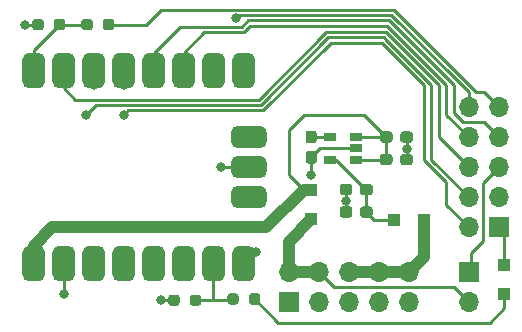
<source format=gbr>
%TF.GenerationSoftware,KiCad,Pcbnew,(5.1.10)-1*%
%TF.CreationDate,2021-11-13T20:11:30+01:00*%
%TF.ProjectId,Muino_debugger,4d75696e-6f5f-4646-9562-75676765722e,rev?*%
%TF.SameCoordinates,Original*%
%TF.FileFunction,Copper,L1,Top*%
%TF.FilePolarity,Positive*%
%FSLAX46Y46*%
G04 Gerber Fmt 4.6, Leading zero omitted, Abs format (unit mm)*
G04 Created by KiCad (PCBNEW (5.1.10)-1) date 2021-11-13 20:11:30*
%MOMM*%
%LPD*%
G01*
G04 APERTURE LIST*
%TA.AperFunction,ComponentPad*%
%ADD10O,1.700000X1.700000*%
%TD*%
%TA.AperFunction,ComponentPad*%
%ADD11R,1.700000X1.700000*%
%TD*%
%TA.AperFunction,SMDPad,CuDef*%
%ADD12R,1.000000X1.000000*%
%TD*%
%TA.AperFunction,SMDPad,CuDef*%
%ADD13R,1.060000X0.650000*%
%TD*%
%TA.AperFunction,ViaPad*%
%ADD14C,0.800000*%
%TD*%
%TA.AperFunction,Conductor*%
%ADD15C,0.250000*%
%TD*%
%TA.AperFunction,Conductor*%
%ADD16C,1.000000*%
%TD*%
G04 APERTURE END LIST*
D10*
%TO.P,J3,2*%
%TO.N,+5VD*%
X125730000Y-86360000D03*
D11*
%TO.P,J3,1*%
%TO.N,Net-(J1-Pad5)*%
X125730000Y-83820000D03*
%TD*%
D12*
%TO.P,D2,2*%
%TO.N,+5V*%
X112395000Y-76835000D03*
%TO.P,D2,1*%
%TO.N,+5VD*%
X112395000Y-79335000D03*
%TD*%
%TO.P,R4,2*%
%TO.N,GNDdetect*%
%TA.AperFunction,SMDPad,CuDef*%
G36*
G01*
X94762500Y-63102500D02*
X94762500Y-62627500D01*
G75*
G02*
X95000000Y-62390000I237500J0D01*
G01*
X95500000Y-62390000D01*
G75*
G02*
X95737500Y-62627500I0J-237500D01*
G01*
X95737500Y-63102500D01*
G75*
G02*
X95500000Y-63340000I-237500J0D01*
G01*
X95000000Y-63340000D01*
G75*
G02*
X94762500Y-63102500I0J237500D01*
G01*
G37*
%TD.AperFunction*%
%TO.P,R4,1*%
%TO.N,16*%
%TA.AperFunction,SMDPad,CuDef*%
G36*
G01*
X92937500Y-63102500D02*
X92937500Y-62627500D01*
G75*
G02*
X93175000Y-62390000I237500J0D01*
G01*
X93675000Y-62390000D01*
G75*
G02*
X93912500Y-62627500I0J-237500D01*
G01*
X93912500Y-63102500D01*
G75*
G02*
X93675000Y-63340000I-237500J0D01*
G01*
X93175000Y-63340000D01*
G75*
G02*
X92937500Y-63102500I0J237500D01*
G01*
G37*
%TD.AperFunction*%
%TD*%
%TO.P,R3,2*%
%TO.N,GND*%
%TA.AperFunction,SMDPad,CuDef*%
G36*
G01*
X89745000Y-62627500D02*
X89745000Y-63102500D01*
G75*
G02*
X89507500Y-63340000I-237500J0D01*
G01*
X89007500Y-63340000D01*
G75*
G02*
X88770000Y-63102500I0J237500D01*
G01*
X88770000Y-62627500D01*
G75*
G02*
X89007500Y-62390000I237500J0D01*
G01*
X89507500Y-62390000D01*
G75*
G02*
X89745000Y-62627500I0J-237500D01*
G01*
G37*
%TD.AperFunction*%
%TO.P,R3,1*%
%TO.N,16*%
%TA.AperFunction,SMDPad,CuDef*%
G36*
G01*
X91570000Y-62627500D02*
X91570000Y-63102500D01*
G75*
G02*
X91332500Y-63340000I-237500J0D01*
G01*
X90832500Y-63340000D01*
G75*
G02*
X90595000Y-63102500I0J237500D01*
G01*
X90595000Y-62627500D01*
G75*
G02*
X90832500Y-62390000I237500J0D01*
G01*
X91332500Y-62390000D01*
G75*
G02*
X91570000Y-62627500I0J-237500D01*
G01*
G37*
%TD.AperFunction*%
%TD*%
D13*
%TO.P,U1,5*%
%TO.N,Net-(C4-Pad1)*%
X114005000Y-74295000D03*
%TO.P,U1,4*%
%TO.N,Net-(C3-Pad1)*%
X114005000Y-72395000D03*
%TO.P,U1,3*%
%TO.N,+5V*%
X116205000Y-72395000D03*
%TO.P,U1,2*%
%TO.N,GND*%
X116205000Y-73345000D03*
%TO.P,U1,1*%
%TO.N,+5V*%
X116205000Y-74295000D03*
%TD*%
%TO.P,R2,2*%
%TO.N,ADC_vTref*%
%TA.AperFunction,SMDPad,CuDef*%
G36*
G01*
X106262500Y-85862500D02*
X106262500Y-86337500D01*
G75*
G02*
X106025000Y-86575000I-237500J0D01*
G01*
X105525000Y-86575000D01*
G75*
G02*
X105287500Y-86337500I0J237500D01*
G01*
X105287500Y-85862500D01*
G75*
G02*
X105525000Y-85625000I237500J0D01*
G01*
X106025000Y-85625000D01*
G75*
G02*
X106262500Y-85862500I0J-237500D01*
G01*
G37*
%TD.AperFunction*%
%TO.P,R2,1*%
%TO.N,Net-(D3-Pad1)*%
%TA.AperFunction,SMDPad,CuDef*%
G36*
G01*
X108087500Y-85862500D02*
X108087500Y-86337500D01*
G75*
G02*
X107850000Y-86575000I-237500J0D01*
G01*
X107350000Y-86575000D01*
G75*
G02*
X107112500Y-86337500I0J237500D01*
G01*
X107112500Y-85862500D01*
G75*
G02*
X107350000Y-85625000I237500J0D01*
G01*
X107850000Y-85625000D01*
G75*
G02*
X108087500Y-85862500I0J-237500D01*
G01*
G37*
%TD.AperFunction*%
%TD*%
%TO.P,R1,2*%
%TO.N,GND*%
%TA.AperFunction,SMDPad,CuDef*%
G36*
G01*
X101262500Y-85962500D02*
X101262500Y-86437500D01*
G75*
G02*
X101025000Y-86675000I-237500J0D01*
G01*
X100525000Y-86675000D01*
G75*
G02*
X100287500Y-86437500I0J237500D01*
G01*
X100287500Y-85962500D01*
G75*
G02*
X100525000Y-85725000I237500J0D01*
G01*
X101025000Y-85725000D01*
G75*
G02*
X101262500Y-85962500I0J-237500D01*
G01*
G37*
%TD.AperFunction*%
%TO.P,R1,1*%
%TO.N,ADC_vTref*%
%TA.AperFunction,SMDPad,CuDef*%
G36*
G01*
X103087500Y-85962500D02*
X103087500Y-86437500D01*
G75*
G02*
X102850000Y-86675000I-237500J0D01*
G01*
X102350000Y-86675000D01*
G75*
G02*
X102112500Y-86437500I0J237500D01*
G01*
X102112500Y-85962500D01*
G75*
G02*
X102350000Y-85725000I237500J0D01*
G01*
X102850000Y-85725000D01*
G75*
G02*
X103087500Y-85962500I0J-237500D01*
G01*
G37*
%TD.AperFunction*%
%TD*%
D10*
%TO.P,J2,10*%
%TO.N,+3V3*%
X120650000Y-83820000D03*
%TO.P,J2,9*%
%TO.N,GND*%
X120650000Y-86360000D03*
%TO.P,J2,8*%
%TO.N,+3V3*%
X118110000Y-83820000D03*
%TO.P,J2,7*%
%TO.N,GND*%
X118110000Y-86360000D03*
%TO.P,J2,6*%
%TO.N,+3V3*%
X115570000Y-83820000D03*
%TO.P,J2,5*%
%TO.N,GND*%
X115570000Y-86360000D03*
%TO.P,J2,4*%
%TO.N,+5VD*%
X113030000Y-83820000D03*
%TO.P,J2,3*%
%TO.N,GND*%
X113030000Y-86360000D03*
%TO.P,J2,2*%
%TO.N,+5VD*%
X110490000Y-83820000D03*
D11*
%TO.P,J2,1*%
%TO.N,GND*%
X110490000Y-86360000D03*
%TD*%
D12*
%TO.P,D3,2*%
%TO.N,vTref*%
X128700000Y-83200000D03*
%TO.P,D3,1*%
%TO.N,Net-(D3-Pad1)*%
X128700000Y-85700000D03*
%TD*%
%TO.P,D1,2*%
%TO.N,Net-(C4-Pad1)*%
X119420000Y-79375000D03*
%TO.P,D1,1*%
%TO.N,+3V3*%
X121920000Y-79375000D03*
%TD*%
%TO.P,C5,2*%
%TO.N,GND*%
%TA.AperFunction,SMDPad,CuDef*%
G36*
G01*
X115880000Y-78502500D02*
X115880000Y-78977500D01*
G75*
G02*
X115642500Y-79215000I-237500J0D01*
G01*
X115042500Y-79215000D01*
G75*
G02*
X114805000Y-78977500I0J237500D01*
G01*
X114805000Y-78502500D01*
G75*
G02*
X115042500Y-78265000I237500J0D01*
G01*
X115642500Y-78265000D01*
G75*
G02*
X115880000Y-78502500I0J-237500D01*
G01*
G37*
%TD.AperFunction*%
%TO.P,C5,1*%
%TO.N,Net-(C4-Pad1)*%
%TA.AperFunction,SMDPad,CuDef*%
G36*
G01*
X117605000Y-78502500D02*
X117605000Y-78977500D01*
G75*
G02*
X117367500Y-79215000I-237500J0D01*
G01*
X116767500Y-79215000D01*
G75*
G02*
X116530000Y-78977500I0J237500D01*
G01*
X116530000Y-78502500D01*
G75*
G02*
X116767500Y-78265000I237500J0D01*
G01*
X117367500Y-78265000D01*
G75*
G02*
X117605000Y-78502500I0J-237500D01*
G01*
G37*
%TD.AperFunction*%
%TD*%
%TO.P,C4,2*%
%TO.N,GND*%
%TA.AperFunction,SMDPad,CuDef*%
G36*
G01*
X115880000Y-76597500D02*
X115880000Y-77072500D01*
G75*
G02*
X115642500Y-77310000I-237500J0D01*
G01*
X115042500Y-77310000D01*
G75*
G02*
X114805000Y-77072500I0J237500D01*
G01*
X114805000Y-76597500D01*
G75*
G02*
X115042500Y-76360000I237500J0D01*
G01*
X115642500Y-76360000D01*
G75*
G02*
X115880000Y-76597500I0J-237500D01*
G01*
G37*
%TD.AperFunction*%
%TO.P,C4,1*%
%TO.N,Net-(C4-Pad1)*%
%TA.AperFunction,SMDPad,CuDef*%
G36*
G01*
X117605000Y-76597500D02*
X117605000Y-77072500D01*
G75*
G02*
X117367500Y-77310000I-237500J0D01*
G01*
X116767500Y-77310000D01*
G75*
G02*
X116530000Y-77072500I0J237500D01*
G01*
X116530000Y-76597500D01*
G75*
G02*
X116767500Y-76360000I237500J0D01*
G01*
X117367500Y-76360000D01*
G75*
G02*
X117605000Y-76597500I0J-237500D01*
G01*
G37*
%TD.AperFunction*%
%TD*%
%TO.P,C3,2*%
%TO.N,GND*%
%TA.AperFunction,SMDPad,CuDef*%
G36*
G01*
X112157500Y-73577500D02*
X112632500Y-73577500D01*
G75*
G02*
X112870000Y-73815000I0J-237500D01*
G01*
X112870000Y-74415000D01*
G75*
G02*
X112632500Y-74652500I-237500J0D01*
G01*
X112157500Y-74652500D01*
G75*
G02*
X111920000Y-74415000I0J237500D01*
G01*
X111920000Y-73815000D01*
G75*
G02*
X112157500Y-73577500I237500J0D01*
G01*
G37*
%TD.AperFunction*%
%TO.P,C3,1*%
%TO.N,Net-(C3-Pad1)*%
%TA.AperFunction,SMDPad,CuDef*%
G36*
G01*
X112157500Y-71852500D02*
X112632500Y-71852500D01*
G75*
G02*
X112870000Y-72090000I0J-237500D01*
G01*
X112870000Y-72690000D01*
G75*
G02*
X112632500Y-72927500I-237500J0D01*
G01*
X112157500Y-72927500D01*
G75*
G02*
X111920000Y-72690000I0J237500D01*
G01*
X111920000Y-72090000D01*
G75*
G02*
X112157500Y-71852500I237500J0D01*
G01*
G37*
%TD.AperFunction*%
%TD*%
%TO.P,C2,2*%
%TO.N,GND*%
%TA.AperFunction,SMDPad,CuDef*%
G36*
G01*
X119932500Y-74532500D02*
X119932500Y-74057500D01*
G75*
G02*
X120170000Y-73820000I237500J0D01*
G01*
X120770000Y-73820000D01*
G75*
G02*
X121007500Y-74057500I0J-237500D01*
G01*
X121007500Y-74532500D01*
G75*
G02*
X120770000Y-74770000I-237500J0D01*
G01*
X120170000Y-74770000D01*
G75*
G02*
X119932500Y-74532500I0J237500D01*
G01*
G37*
%TD.AperFunction*%
%TO.P,C2,1*%
%TO.N,+5V*%
%TA.AperFunction,SMDPad,CuDef*%
G36*
G01*
X118207500Y-74532500D02*
X118207500Y-74057500D01*
G75*
G02*
X118445000Y-73820000I237500J0D01*
G01*
X119045000Y-73820000D01*
G75*
G02*
X119282500Y-74057500I0J-237500D01*
G01*
X119282500Y-74532500D01*
G75*
G02*
X119045000Y-74770000I-237500J0D01*
G01*
X118445000Y-74770000D01*
G75*
G02*
X118207500Y-74532500I0J237500D01*
G01*
G37*
%TD.AperFunction*%
%TD*%
%TO.P,C1,2*%
%TO.N,GND*%
%TA.AperFunction,SMDPad,CuDef*%
G36*
G01*
X119932500Y-72627500D02*
X119932500Y-72152500D01*
G75*
G02*
X120170000Y-71915000I237500J0D01*
G01*
X120770000Y-71915000D01*
G75*
G02*
X121007500Y-72152500I0J-237500D01*
G01*
X121007500Y-72627500D01*
G75*
G02*
X120770000Y-72865000I-237500J0D01*
G01*
X120170000Y-72865000D01*
G75*
G02*
X119932500Y-72627500I0J237500D01*
G01*
G37*
%TD.AperFunction*%
%TO.P,C1,1*%
%TO.N,+5V*%
%TA.AperFunction,SMDPad,CuDef*%
G36*
G01*
X118207500Y-72627500D02*
X118207500Y-72152500D01*
G75*
G02*
X118445000Y-71915000I237500J0D01*
G01*
X119045000Y-71915000D01*
G75*
G02*
X119282500Y-72152500I0J-237500D01*
G01*
X119282500Y-72627500D01*
G75*
G02*
X119045000Y-72865000I-237500J0D01*
G01*
X118445000Y-72865000D01*
G75*
G02*
X118207500Y-72627500I0J237500D01*
G01*
G37*
%TD.AperFunction*%
%TD*%
D10*
%TO.P,J1,10*%
%TO.N,nRESET*%
X125730000Y-69850000D03*
%TO.P,J1,9*%
%TO.N,GNDdetect*%
X128270000Y-69850000D03*
%TO.P,J1,8*%
%TO.N,Rx_Programmer*%
X125730000Y-72390000D03*
%TO.P,J1,7*%
%TO.N,Tx_Programmer*%
X128270000Y-72390000D03*
%TO.P,J1,6*%
%TO.N,SWO*%
X125730000Y-74930000D03*
%TO.P,J1,5*%
%TO.N,Net-(J1-Pad5)*%
X128270000Y-74930000D03*
%TO.P,J1,4*%
%TO.N,SWDCLK*%
X125730000Y-77470000D03*
%TO.P,J1,3*%
%TO.N,GND*%
X128270000Y-77470000D03*
%TO.P,J1,2*%
%TO.N,SWDIO*%
X125730000Y-80010000D03*
D11*
%TO.P,J1,1*%
%TO.N,vTref*%
X128270000Y-80010000D03*
%TD*%
%TO.P,A1,SWDIO*%
%TO.N,Net-(A1-PadSWDIO)*%
%TA.AperFunction,SMDPad,CuDef*%
G36*
G01*
X105620000Y-72808000D02*
X105620000Y-71972000D01*
G75*
G02*
X106152000Y-71440000I532000J0D01*
G01*
X108088000Y-71440000D01*
G75*
G02*
X108620000Y-71972000I0J-532000D01*
G01*
X108620000Y-72808000D01*
G75*
G02*
X108088000Y-73340000I-532000J0D01*
G01*
X106152000Y-73340000D01*
G75*
G02*
X105620000Y-72808000I0J532000D01*
G01*
G37*
%TD.AperFunction*%
%TO.P,A1,SWCLK*%
%TO.N,Net-(A1-PadSWCLK)*%
%TA.AperFunction,SMDPad,CuDef*%
G36*
G01*
X105620000Y-77888000D02*
X105620000Y-77052000D01*
G75*
G02*
X106152000Y-76520000I532000J0D01*
G01*
X108088000Y-76520000D01*
G75*
G02*
X108620000Y-77052000I0J-532000D01*
G01*
X108620000Y-77888000D01*
G75*
G02*
X108088000Y-78420000I-532000J0D01*
G01*
X106152000Y-78420000D01*
G75*
G02*
X105620000Y-77888000I0J532000D01*
G01*
G37*
%TD.AperFunction*%
%TO.P,A1,GND3*%
%TO.N,GND*%
%TA.AperFunction,SMDPad,CuDef*%
G36*
G01*
X105620000Y-75348000D02*
X105620000Y-74512000D01*
G75*
G02*
X106152000Y-73980000I532000J0D01*
G01*
X108088000Y-73980000D01*
G75*
G02*
X108620000Y-74512000I0J-532000D01*
G01*
X108620000Y-75348000D01*
G75*
G02*
X108088000Y-75880000I-532000J0D01*
G01*
X106152000Y-75880000D01*
G75*
G02*
X105620000Y-75348000I0J532000D01*
G01*
G37*
%TD.AperFunction*%
%TO.P,A1,GND2*%
%TA.AperFunction,SMDPad,CuDef*%
G36*
G01*
X105730000Y-84068000D02*
X105730000Y-82132000D01*
G75*
G02*
X106262000Y-81600000I532000J0D01*
G01*
X107098000Y-81600000D01*
G75*
G02*
X107630000Y-82132000I0J-532000D01*
G01*
X107630000Y-84068000D01*
G75*
G02*
X107098000Y-84600000I-532000J0D01*
G01*
X106262000Y-84600000D01*
G75*
G02*
X105730000Y-84068000I0J532000D01*
G01*
G37*
%TD.AperFunction*%
%TO.P,A1,A3*%
%TO.N,A3*%
%TA.AperFunction,SMDPad,CuDef*%
G36*
G01*
X95570000Y-84068000D02*
X95570000Y-82132000D01*
G75*
G02*
X96102000Y-81600000I532000J0D01*
G01*
X96938000Y-81600000D01*
G75*
G02*
X97470000Y-82132000I0J-532000D01*
G01*
X97470000Y-84068000D01*
G75*
G02*
X96938000Y-84600000I-532000J0D01*
G01*
X96102000Y-84600000D01*
G75*
G02*
X95570000Y-84068000I0J532000D01*
G01*
G37*
%TD.AperFunction*%
%TO.P,A1,A2*%
%TO.N,A2*%
%TA.AperFunction,SMDPad,CuDef*%
G36*
G01*
X98110000Y-84068000D02*
X98110000Y-82132000D01*
G75*
G02*
X98642000Y-81600000I532000J0D01*
G01*
X99478000Y-81600000D01*
G75*
G02*
X100010000Y-82132000I0J-532000D01*
G01*
X100010000Y-84068000D01*
G75*
G02*
X99478000Y-84600000I-532000J0D01*
G01*
X98642000Y-84600000D01*
G75*
G02*
X98110000Y-84068000I0J532000D01*
G01*
G37*
%TD.AperFunction*%
%TO.P,A1,A1*%
%TO.N,A1*%
%TA.AperFunction,SMDPad,CuDef*%
G36*
G01*
X100650000Y-84068000D02*
X100650000Y-82132000D01*
G75*
G02*
X101182000Y-81600000I532000J0D01*
G01*
X102018000Y-81600000D01*
G75*
G02*
X102550000Y-82132000I0J-532000D01*
G01*
X102550000Y-84068000D01*
G75*
G02*
X102018000Y-84600000I-532000J0D01*
G01*
X101182000Y-84600000D01*
G75*
G02*
X100650000Y-84068000I0J532000D01*
G01*
G37*
%TD.AperFunction*%
%TO.P,A1,A0*%
%TO.N,ADC_vTref*%
%TA.AperFunction,SMDPad,CuDef*%
G36*
G01*
X103190000Y-84068000D02*
X103190000Y-82132000D01*
G75*
G02*
X103722000Y-81600000I532000J0D01*
G01*
X104558000Y-81600000D01*
G75*
G02*
X105090000Y-82132000I0J-532000D01*
G01*
X105090000Y-84068000D01*
G75*
G02*
X104558000Y-84600000I-532000J0D01*
G01*
X103722000Y-84600000D01*
G75*
G02*
X103190000Y-84068000I0J532000D01*
G01*
G37*
%TD.AperFunction*%
%TO.P,A1,3V3*%
%TO.N,A4*%
%TA.AperFunction,SMDPad,CuDef*%
G36*
G01*
X93030000Y-84068000D02*
X93030000Y-82132000D01*
G75*
G02*
X93562000Y-81600000I532000J0D01*
G01*
X94398000Y-81600000D01*
G75*
G02*
X94930000Y-82132000I0J-532000D01*
G01*
X94930000Y-84068000D01*
G75*
G02*
X94398000Y-84600000I-532000J0D01*
G01*
X93562000Y-84600000D01*
G75*
G02*
X93030000Y-84068000I0J532000D01*
G01*
G37*
%TD.AperFunction*%
%TO.P,A1,GND1*%
%TO.N,GND*%
%TA.AperFunction,SMDPad,CuDef*%
G36*
G01*
X90490000Y-84068000D02*
X90490000Y-82132000D01*
G75*
G02*
X91022000Y-81600000I532000J0D01*
G01*
X91858000Y-81600000D01*
G75*
G02*
X92390000Y-82132000I0J-532000D01*
G01*
X92390000Y-84068000D01*
G75*
G02*
X91858000Y-84600000I-532000J0D01*
G01*
X91022000Y-84600000D01*
G75*
G02*
X90490000Y-84068000I0J532000D01*
G01*
G37*
%TD.AperFunction*%
%TO.P,A1,5V*%
%TO.N,+5V*%
%TA.AperFunction,SMDPad,CuDef*%
G36*
G01*
X87950000Y-84068000D02*
X87950000Y-82132000D01*
G75*
G02*
X88482000Y-81600000I532000J0D01*
G01*
X89318000Y-81600000D01*
G75*
G02*
X89850000Y-82132000I0J-532000D01*
G01*
X89850000Y-84068000D01*
G75*
G02*
X89318000Y-84600000I-532000J0D01*
G01*
X88482000Y-84600000D01*
G75*
G02*
X87950000Y-84068000I0J532000D01*
G01*
G37*
%TD.AperFunction*%
%TO.P,A1,7*%
%TO.N,7*%
%TA.AperFunction,SMDPad,CuDef*%
G36*
G01*
X105730000Y-67728000D02*
X105730000Y-65792000D01*
G75*
G02*
X106262000Y-65260000I532000J0D01*
G01*
X107098000Y-65260000D01*
G75*
G02*
X107630000Y-65792000I0J-532000D01*
G01*
X107630000Y-67728000D01*
G75*
G02*
X107098000Y-68260000I-532000J0D01*
G01*
X106262000Y-68260000D01*
G75*
G02*
X105730000Y-67728000I0J532000D01*
G01*
G37*
%TD.AperFunction*%
%TO.P,A1,6*%
%TO.N,nRESET*%
%TA.AperFunction,SMDPad,CuDef*%
G36*
G01*
X103190000Y-67728000D02*
X103190000Y-65792000D01*
G75*
G02*
X103722000Y-65260000I532000J0D01*
G01*
X104558000Y-65260000D01*
G75*
G02*
X105090000Y-65792000I0J-532000D01*
G01*
X105090000Y-67728000D01*
G75*
G02*
X104558000Y-68260000I-532000J0D01*
G01*
X103722000Y-68260000D01*
G75*
G02*
X103190000Y-67728000I0J532000D01*
G01*
G37*
%TD.AperFunction*%
%TO.P,A1,5*%
%TO.N,Rx_Programmer*%
%TA.AperFunction,SMDPad,CuDef*%
G36*
G01*
X100650000Y-67728000D02*
X100650000Y-65792000D01*
G75*
G02*
X101182000Y-65260000I532000J0D01*
G01*
X102018000Y-65260000D01*
G75*
G02*
X102550000Y-65792000I0J-532000D01*
G01*
X102550000Y-67728000D01*
G75*
G02*
X102018000Y-68260000I-532000J0D01*
G01*
X101182000Y-68260000D01*
G75*
G02*
X100650000Y-67728000I0J532000D01*
G01*
G37*
%TD.AperFunction*%
%TO.P,A1,4*%
%TO.N,Tx_Programmer*%
%TA.AperFunction,SMDPad,CuDef*%
G36*
G01*
X98110000Y-67728000D02*
X98110000Y-65792000D01*
G75*
G02*
X98642000Y-65260000I532000J0D01*
G01*
X99478000Y-65260000D01*
G75*
G02*
X100010000Y-65792000I0J-532000D01*
G01*
X100010000Y-67728000D01*
G75*
G02*
X99478000Y-68260000I-532000J0D01*
G01*
X98642000Y-68260000D01*
G75*
G02*
X98110000Y-67728000I0J532000D01*
G01*
G37*
%TD.AperFunction*%
%TO.P,A1,3*%
%TO.N,SWDIO*%
%TA.AperFunction,SMDPad,CuDef*%
G36*
G01*
X95570000Y-67728000D02*
X95570000Y-65792000D01*
G75*
G02*
X96102000Y-65260000I532000J0D01*
G01*
X96938000Y-65260000D01*
G75*
G02*
X97470000Y-65792000I0J-532000D01*
G01*
X97470000Y-67728000D01*
G75*
G02*
X96938000Y-68260000I-532000J0D01*
G01*
X96102000Y-68260000D01*
G75*
G02*
X95570000Y-67728000I0J532000D01*
G01*
G37*
%TD.AperFunction*%
%TO.P,A1,2*%
%TO.N,SWDCLK*%
%TA.AperFunction,SMDPad,CuDef*%
G36*
G01*
X93030000Y-67728000D02*
X93030000Y-65792000D01*
G75*
G02*
X93562000Y-65260000I532000J0D01*
G01*
X94398000Y-65260000D01*
G75*
G02*
X94930000Y-65792000I0J-532000D01*
G01*
X94930000Y-67728000D01*
G75*
G02*
X94398000Y-68260000I-532000J0D01*
G01*
X93562000Y-68260000D01*
G75*
G02*
X93030000Y-67728000I0J532000D01*
G01*
G37*
%TD.AperFunction*%
%TO.P,A1,1*%
%TO.N,SWO*%
%TA.AperFunction,SMDPad,CuDef*%
G36*
G01*
X90490000Y-67728000D02*
X90490000Y-65792000D01*
G75*
G02*
X91022000Y-65260000I532000J0D01*
G01*
X91858000Y-65260000D01*
G75*
G02*
X92390000Y-65792000I0J-532000D01*
G01*
X92390000Y-67728000D01*
G75*
G02*
X91858000Y-68260000I-532000J0D01*
G01*
X91022000Y-68260000D01*
G75*
G02*
X90490000Y-67728000I0J532000D01*
G01*
G37*
%TD.AperFunction*%
%TO.P,A1,0*%
%TO.N,16*%
%TA.AperFunction,SMDPad,CuDef*%
G36*
G01*
X87950000Y-67728000D02*
X87950000Y-65792000D01*
G75*
G02*
X88482000Y-65260000I532000J0D01*
G01*
X89318000Y-65260000D01*
G75*
G02*
X89850000Y-65792000I0J-532000D01*
G01*
X89850000Y-67728000D01*
G75*
G02*
X89318000Y-68260000I-532000J0D01*
G01*
X88482000Y-68260000D01*
G75*
G02*
X87950000Y-67728000I0J532000D01*
G01*
G37*
%TD.AperFunction*%
%TD*%
D14*
%TO.N,SWDIO*%
X96520000Y-70485000D03*
X96520000Y-67945000D03*
%TO.N,nRESET*%
X106045000Y-62320000D03*
X104140000Y-66760000D03*
%TO.N,GND*%
X112395000Y-75565000D03*
X120487440Y-73375520D03*
X115331240Y-77790040D03*
X104764840Y-74930000D03*
X88198960Y-62865000D03*
X91440000Y-85664040D03*
X99700000Y-86200000D03*
X107700000Y-82080000D03*
%TO.N,SWDCLK*%
X93345000Y-70485000D03*
X93980000Y-67945000D03*
%TD*%
D15*
%TO.N,ADC_vTref*%
X105675000Y-86200000D02*
X105775000Y-86100000D01*
X104100000Y-83140000D02*
X104140000Y-83100000D01*
X104100000Y-86200000D02*
X104100000Y-83140000D01*
X102600000Y-86200000D02*
X104100000Y-86200000D01*
X104100000Y-86200000D02*
X105675000Y-86200000D01*
%TO.N,Rx_Programmer*%
X103360000Y-63500000D02*
X101600000Y-65260000D01*
X106681410Y-63500000D02*
X103360000Y-63500000D01*
X107236380Y-62945030D02*
X106681410Y-63500000D01*
X118820800Y-62945030D02*
X107236380Y-62945030D01*
X101600000Y-65260000D02*
X101600000Y-66760000D01*
X123822885Y-70482885D02*
X123822885Y-67947115D01*
X123822885Y-67947115D02*
X118820800Y-62945030D01*
X125730000Y-72390000D02*
X123822885Y-70482885D01*
%TO.N,Tx_Programmer*%
X128270000Y-72390000D02*
X127000000Y-71120000D01*
X125260998Y-71120000D02*
X124460000Y-70319002D01*
X127000000Y-71120000D02*
X125260998Y-71120000D01*
X124460000Y-70319002D02*
X124460000Y-67947820D01*
X124460000Y-67947820D02*
X119007200Y-62495020D01*
X119007200Y-62495020D02*
X107049980Y-62495020D01*
X99060000Y-65260000D02*
X99060000Y-66760000D01*
X106499999Y-63045001D02*
X101274999Y-63045001D01*
X101274999Y-63045001D02*
X99060000Y-65260000D01*
X107049980Y-62495020D02*
X106499999Y-63045001D01*
%TO.N,SWDIO*%
X96520000Y-68260000D02*
X96520000Y-66760000D01*
X96889980Y-70115020D02*
X96520000Y-70485000D01*
X108322800Y-70115020D02*
X96889980Y-70115020D01*
X114037800Y-64400020D02*
X108322800Y-70115020D01*
X121920000Y-67953460D02*
X118366560Y-64400020D01*
X121920000Y-74296410D02*
X121920000Y-67953460D01*
X123825000Y-76201410D02*
X121920000Y-74296410D01*
X118366560Y-64400020D02*
X114037800Y-64400020D01*
X123825000Y-78105000D02*
X123825000Y-76201410D01*
X125730000Y-80010000D02*
X123825000Y-78105000D01*
%TO.N,16*%
X88900000Y-65047500D02*
X91082500Y-62865000D01*
X88900000Y-66760000D02*
X88900000Y-65047500D01*
X93425000Y-62865000D02*
X91082500Y-62865000D01*
%TO.N,nRESET*%
X125730000Y-68580000D02*
X124460000Y-67310000D01*
X125730000Y-69850000D02*
X125730000Y-68580000D01*
X124460000Y-67310000D02*
X124458590Y-67310000D01*
X106229990Y-62045010D02*
X106045000Y-62230000D01*
X107354990Y-62045010D02*
X106229990Y-62045010D01*
X106045000Y-62230000D02*
X106045000Y-62320000D01*
X124458590Y-67310000D02*
X119193600Y-62045010D01*
X119193600Y-62045010D02*
X107354990Y-62045010D01*
%TO.N,GNDdetect*%
X99695000Y-61595000D02*
X98425000Y-62865000D01*
X119380000Y-61595000D02*
X99695000Y-61595000D01*
X124644991Y-66859991D02*
X119380000Y-61595000D01*
X124646401Y-66859991D02*
X124644991Y-66859991D01*
X126180009Y-68393599D02*
X124646401Y-66859991D01*
X126180010Y-68395010D02*
X126180009Y-68393599D01*
X126365000Y-68580000D02*
X126180010Y-68395010D01*
X98425000Y-62865000D02*
X95250000Y-62865000D01*
X127000000Y-68580000D02*
X126365000Y-68580000D01*
X128270000Y-69850000D02*
X127000000Y-68580000D01*
%TO.N,SWO*%
X125730000Y-74930000D02*
X123190000Y-72390000D01*
X123190000Y-72390000D02*
X123190000Y-71755000D01*
X123190000Y-72390000D02*
X123190000Y-67950640D01*
X123190000Y-67950640D02*
X118739360Y-63500000D01*
X118739360Y-63500000D02*
X113665000Y-63500000D01*
X113665000Y-63500000D02*
X107950000Y-69215000D01*
X91440000Y-68260000D02*
X91440000Y-66760000D01*
X92395000Y-69215000D02*
X91440000Y-68260000D01*
X107950000Y-69215000D02*
X92395000Y-69215000D01*
%TO.N,GND*%
X113165000Y-73345000D02*
X112395000Y-74115000D01*
X116205000Y-73345000D02*
X113165000Y-73345000D01*
X112395000Y-74115000D02*
X112395000Y-74930000D01*
X112395000Y-74930000D02*
X112395000Y-75565000D01*
X120470000Y-73392960D02*
X120487440Y-73375520D01*
X120470000Y-74295000D02*
X120470000Y-73392960D01*
X120470000Y-73392960D02*
X120470000Y-72390000D01*
X115342500Y-77778780D02*
X115331240Y-77790040D01*
X115342500Y-76835000D02*
X115342500Y-77778780D01*
X115342500Y-77801300D02*
X115331240Y-77790040D01*
X115342500Y-78740000D02*
X115342500Y-77801300D01*
X107120000Y-74930000D02*
X104764840Y-74930000D01*
X89257500Y-62865000D02*
X88198960Y-62865000D01*
X91440000Y-83100000D02*
X91440000Y-85664040D01*
X100775000Y-86200000D02*
X99700000Y-86200000D01*
X106680000Y-83100000D02*
X107700000Y-82080000D01*
%TO.N,vTref*%
X128700000Y-80440000D02*
X128270000Y-80010000D01*
X128700000Y-83200000D02*
X128700000Y-80440000D01*
%TO.N,+5V*%
X118745000Y-72390000D02*
X118745000Y-74295000D01*
X118740000Y-72395000D02*
X118745000Y-72390000D01*
X116205000Y-72395000D02*
X118740000Y-72395000D01*
X116205000Y-74295000D02*
X118745000Y-74295000D01*
D16*
X88920000Y-83120000D02*
X88900000Y-83100000D01*
X88900000Y-81600000D02*
X90490000Y-80010000D01*
X88900000Y-83100000D02*
X88900000Y-81600000D01*
X90490000Y-80010000D02*
X108585000Y-80010000D01*
X111760000Y-76835000D02*
X112395000Y-76835000D01*
X108585000Y-80010000D02*
X111760000Y-76835000D01*
D15*
X118745000Y-72390000D02*
X116840000Y-70485000D01*
X116840000Y-70485000D02*
X111760000Y-70485000D01*
X111760000Y-70485000D02*
X110490000Y-71755000D01*
X110490000Y-75565000D02*
X111760000Y-76835000D01*
X110490000Y-71755000D02*
X110490000Y-75565000D01*
%TO.N,SWDCLK*%
X125730000Y-77470000D02*
X122555000Y-74295000D01*
X122555000Y-74295000D02*
X122555000Y-71755000D01*
X122555000Y-74295000D02*
X122555000Y-67952050D01*
X122555000Y-67952050D02*
X118741475Y-64138525D01*
X118741475Y-64138525D02*
X118552960Y-63950010D01*
X118552960Y-63950010D02*
X115570000Y-63950010D01*
X115570000Y-63950010D02*
X113851400Y-63950010D01*
X113851400Y-63950010D02*
X108136400Y-69665010D01*
X108136400Y-69665010D02*
X94164990Y-69665010D01*
X94164990Y-69665010D02*
X93345000Y-70485000D01*
X93980000Y-66760000D02*
X93980000Y-67945000D01*
%TO.N,Net-(C3-Pad1)*%
X112400000Y-72395000D02*
X112395000Y-72390000D01*
X114005000Y-72395000D02*
X112400000Y-72395000D01*
%TO.N,Net-(C4-Pad1)*%
X114527500Y-74295000D02*
X114005000Y-74295000D01*
X117067500Y-76835000D02*
X114527500Y-74295000D01*
X117067500Y-78740000D02*
X117067500Y-76835000D01*
X117702500Y-79375000D02*
X117067500Y-78740000D01*
X119420000Y-79375000D02*
X117702500Y-79375000D01*
D16*
%TO.N,+3V3*%
X120650000Y-83820000D02*
X115570000Y-83820000D01*
X121920000Y-82550000D02*
X120650000Y-83820000D01*
X121920000Y-79375000D02*
X121920000Y-82550000D01*
%TO.N,+5VD*%
X110490000Y-83820000D02*
X113030000Y-83820000D01*
X110490000Y-81240000D02*
X112395000Y-79335000D01*
X110490000Y-83820000D02*
X110490000Y-81240000D01*
D15*
X124600000Y-85200000D02*
X125900000Y-86500000D01*
X114300000Y-85090000D02*
X124490000Y-85090000D01*
X124490000Y-85090000D02*
X124600000Y-85200000D01*
X113030000Y-83820000D02*
X114300000Y-85090000D01*
%TO.N,Net-(D3-Pad1)*%
X109600000Y-88100000D02*
X107600000Y-86100000D01*
X127500000Y-88100000D02*
X109600000Y-88100000D01*
X128400000Y-86000000D02*
X128700000Y-85700000D01*
X128700000Y-86900000D02*
X127500000Y-88100000D01*
X128700000Y-85700000D02*
X128700000Y-86900000D01*
%TO.N,Net-(J1-Pad5)*%
X125900000Y-83960000D02*
X125900000Y-82200000D01*
X126905001Y-81194999D02*
X126905001Y-76294999D01*
X126905001Y-76294999D02*
X128270000Y-74930000D01*
X125900000Y-82200000D02*
X126905001Y-81194999D01*
%TD*%
M02*

</source>
